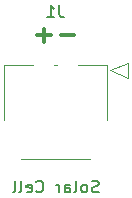
<source format=gbo>
G04 #@! TF.GenerationSoftware,KiCad,Pcbnew,(6.0.5-0)*
G04 #@! TF.CreationDate,2022-12-26T00:11:25-05:00*
G04 #@! TF.ProjectId,solar-cell-pcbs-usb,736f6c61-722d-4636-956c-6c2d70636273,2*
G04 #@! TF.SameCoordinates,Original*
G04 #@! TF.FileFunction,Legend,Bot*
G04 #@! TF.FilePolarity,Positive*
%FSLAX46Y46*%
G04 Gerber Fmt 4.6, Leading zero omitted, Abs format (unit mm)*
G04 Created by KiCad (PCBNEW (6.0.5-0)) date 2022-12-26 00:11:25*
%MOMM*%
%LPD*%
G01*
G04 APERTURE LIST*
%ADD10C,0.300000*%
%ADD11C,0.150000*%
%ADD12C,0.120000*%
%ADD13C,2.000000*%
%ADD14C,5.600000*%
%ADD15C,3.000000*%
%ADD16R,1.100000X1.450000*%
%ADD17R,1.350000X2.899999*%
G04 APERTURE END LIST*
D10*
X96428571Y-113542857D02*
X97571428Y-113542857D01*
X95596428Y-113532142D02*
X94453571Y-113532142D01*
X95025000Y-114103571D02*
X95025000Y-112960714D01*
D11*
X96304833Y-111002379D02*
X96304833Y-111716665D01*
X96352452Y-111859522D01*
X96447690Y-111954760D01*
X96590547Y-112002379D01*
X96685785Y-112002379D01*
X95304833Y-112002379D02*
X95876261Y-112002379D01*
X95590547Y-112002379D02*
X95590547Y-111002379D01*
X95685785Y-111145237D01*
X95781023Y-111240475D01*
X95876261Y-111288094D01*
X99641738Y-126779760D02*
X99498880Y-126827379D01*
X99260785Y-126827379D01*
X99165547Y-126779760D01*
X99117928Y-126732141D01*
X99070309Y-126636903D01*
X99070309Y-126541665D01*
X99117928Y-126446427D01*
X99165547Y-126398808D01*
X99260785Y-126351189D01*
X99451261Y-126303570D01*
X99546500Y-126255951D01*
X99594119Y-126208332D01*
X99641738Y-126113094D01*
X99641738Y-126017856D01*
X99594119Y-125922618D01*
X99546500Y-125874999D01*
X99451261Y-125827379D01*
X99213166Y-125827379D01*
X99070309Y-125874999D01*
X98498880Y-126827379D02*
X98594119Y-126779760D01*
X98641738Y-126732141D01*
X98689357Y-126636903D01*
X98689357Y-126351189D01*
X98641738Y-126255951D01*
X98594119Y-126208332D01*
X98498880Y-126160713D01*
X98356023Y-126160713D01*
X98260785Y-126208332D01*
X98213166Y-126255951D01*
X98165547Y-126351189D01*
X98165547Y-126636903D01*
X98213166Y-126732141D01*
X98260785Y-126779760D01*
X98356023Y-126827379D01*
X98498880Y-126827379D01*
X97594119Y-126827379D02*
X97689357Y-126779760D01*
X97736976Y-126684522D01*
X97736976Y-125827379D01*
X96784595Y-126827379D02*
X96784595Y-126303570D01*
X96832214Y-126208332D01*
X96927452Y-126160713D01*
X97117928Y-126160713D01*
X97213166Y-126208332D01*
X96784595Y-126779760D02*
X96879833Y-126827379D01*
X97117928Y-126827379D01*
X97213166Y-126779760D01*
X97260785Y-126684522D01*
X97260785Y-126589284D01*
X97213166Y-126494046D01*
X97117928Y-126446427D01*
X96879833Y-126446427D01*
X96784595Y-126398808D01*
X96308404Y-126827379D02*
X96308404Y-126160713D01*
X96308404Y-126351189D02*
X96260785Y-126255951D01*
X96213166Y-126208332D01*
X96117928Y-126160713D01*
X96022690Y-126160713D01*
X94356023Y-126732141D02*
X94403642Y-126779760D01*
X94546500Y-126827379D01*
X94641738Y-126827379D01*
X94784595Y-126779760D01*
X94879833Y-126684522D01*
X94927452Y-126589284D01*
X94975071Y-126398808D01*
X94975071Y-126255951D01*
X94927452Y-126065475D01*
X94879833Y-125970237D01*
X94784595Y-125874999D01*
X94641738Y-125827379D01*
X94546500Y-125827379D01*
X94403642Y-125874999D01*
X94356023Y-125922618D01*
X93546500Y-126779760D02*
X93641738Y-126827379D01*
X93832214Y-126827379D01*
X93927452Y-126779760D01*
X93975071Y-126684522D01*
X93975071Y-126303570D01*
X93927452Y-126208332D01*
X93832214Y-126160713D01*
X93641738Y-126160713D01*
X93546500Y-126208332D01*
X93498880Y-126303570D01*
X93498880Y-126398808D01*
X93975071Y-126494046D01*
X92927452Y-126827379D02*
X93022690Y-126779760D01*
X93070309Y-126684522D01*
X93070309Y-125827379D01*
X92403642Y-126827379D02*
X92498880Y-126779760D01*
X92546500Y-126684522D01*
X92546500Y-125827379D01*
D12*
X100628992Y-116500000D02*
X102152992Y-117135000D01*
X91625009Y-120704960D02*
X91625009Y-116075000D01*
X91625009Y-116075000D02*
X94129959Y-116075000D01*
X100374992Y-116075000D02*
X100374992Y-120704960D01*
X102152992Y-117135000D02*
X102152992Y-115865000D01*
X95870039Y-116075000D02*
X96129960Y-116075000D01*
X102152992Y-115865000D02*
X100628992Y-116500000D01*
X97870040Y-116075000D02*
X100374992Y-116075000D01*
X98915982Y-124025000D02*
X93084019Y-124025000D01*
%LPC*%
D13*
X75950000Y-53250000D03*
D14*
X98350000Y-138250000D03*
X84600000Y-42750000D03*
D15*
X82600000Y-112700000D03*
D14*
X139600000Y-138250000D03*
X84600000Y-138250000D03*
X125850000Y-42750000D03*
D13*
X76000000Y-48150000D03*
D15*
X82600000Y-68300000D03*
D14*
X139600000Y-42750000D03*
X98350000Y-42750000D03*
X125850000Y-138250000D03*
D16*
X97000000Y-116500000D03*
X94999999Y-116500000D03*
D17*
X99894998Y-122474999D03*
X92105003Y-122474999D03*
M02*

</source>
